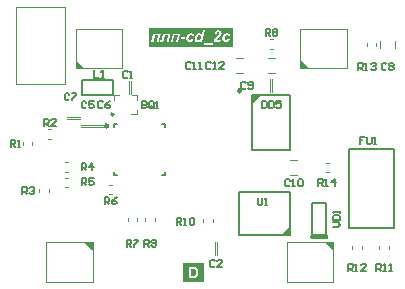
<source format=gto>
G04*
G04 #@! TF.GenerationSoftware,Altium Limited,Altium Designer,20.1.8 (145)*
G04*
G04 Layer_Color=16777215*
%FSLAX43Y43*%
%MOMM*%
G71*
G04*
G04 #@! TF.SameCoordinates,A35BB786-9FE3-423A-BE6B-7267126F668D*
G04*
G04*
G04 #@! TF.FilePolarity,Positive*
G04*
G01*
G75*
%ADD10C,0.254*%
%ADD11C,0.250*%
%ADD12C,0.300*%
%ADD13C,0.100*%
%ADD14C,0.200*%
%ADD15C,0.150*%
G36*
X39122Y29723D02*
Y29053D01*
X39092D01*
X38420Y29725D01*
X39120D01*
X39122Y29723D01*
D02*
G37*
G36*
X38400Y44525D02*
X37700D01*
X37698Y44527D01*
Y45197D01*
X37728D01*
X38400Y44525D01*
D02*
G37*
G36*
X55800Y30325D02*
X55080Y30325D01*
X55800Y31045D01*
X55800Y30325D01*
D02*
G37*
G36*
X59497Y29723D02*
Y29053D01*
X59467D01*
X58795Y29725D01*
X59495D01*
X59497Y29723D01*
D02*
G37*
G36*
X57400Y44525D02*
X56700D01*
X56698Y44527D01*
Y45197D01*
X56728D01*
X57400Y44525D01*
D02*
G37*
G36*
X52655Y41480D02*
X52655Y42200D01*
X53375Y42200D01*
X52655Y41480D01*
D02*
G37*
G36*
X48550Y26425D02*
X46800D01*
Y27950D01*
X48550D01*
Y26425D01*
D02*
G37*
G36*
X50985Y46260D02*
X43900D01*
Y47890D01*
X50985D01*
Y46260D01*
D02*
G37*
%LPC*%
G36*
X47656Y27667D02*
X47274D01*
Y26708D01*
X47637D01*
X47674Y26709D01*
X47709Y26710D01*
X47738Y26713D01*
X47762Y26717D01*
X47781Y26722D01*
X47796Y26724D01*
X47801Y26726D01*
X47805D01*
X47806Y26727D01*
X47807D01*
X47838Y26738D01*
X47866Y26751D01*
X47888Y26763D01*
X47907Y26776D01*
X47923Y26787D01*
X47934Y26795D01*
X47941Y26801D01*
X47943Y26803D01*
X47967Y26830D01*
X47988Y26857D01*
X48006Y26887D01*
X48020Y26913D01*
X48031Y26938D01*
X48036Y26948D01*
X48039Y26956D01*
X48042Y26964D01*
X48045Y26970D01*
X48046Y26973D01*
Y26974D01*
X48056Y27007D01*
X48064Y27042D01*
X48070Y27075D01*
X48072Y27107D01*
X48074Y27122D01*
X48075Y27136D01*
Y27147D01*
X48076Y27158D01*
Y27178D01*
X48075Y27226D01*
X48071Y27269D01*
X48070Y27290D01*
X48067Y27308D01*
X48064Y27326D01*
X48061Y27341D01*
X48057Y27355D01*
X48054Y27368D01*
X48052Y27379D01*
X48050Y27387D01*
X48047Y27394D01*
X48046Y27400D01*
X48045Y27402D01*
Y27404D01*
X48032Y27437D01*
X48017Y27468D01*
X48002Y27494D01*
X47986Y27516D01*
X47974Y27534D01*
X47963Y27548D01*
X47956Y27556D01*
X47954Y27559D01*
X47953D01*
X47929Y27581D01*
X47906Y27599D01*
X47881Y27615D01*
X47859Y27627D01*
X47839Y27637D01*
X47823Y27644D01*
X47817Y27645D01*
X47813Y27647D01*
X47810Y27648D01*
X47809D01*
X47782Y27655D01*
X47753Y27659D01*
X47723Y27663D01*
X47694Y27665D01*
X47667Y27666D01*
X47656Y27667D01*
D02*
G37*
%LPD*%
G36*
X47612Y27504D02*
X47629D01*
X47642Y27502D01*
X47655D01*
X47667Y27501D01*
X47677D01*
X47692Y27498D01*
X47703Y27497D01*
X47710Y27495D01*
X47712D01*
X47731Y27490D01*
X47748Y27483D01*
X47763Y27476D01*
X47777Y27468D01*
X47787Y27461D01*
X47795Y27455D01*
X47799Y27451D01*
X47801Y27450D01*
X47813Y27436D01*
X47824Y27420D01*
X47834Y27405D01*
X47842Y27391D01*
X47848Y27378D01*
X47852Y27366D01*
X47855Y27359D01*
X47856Y27358D01*
Y27357D01*
X47863Y27332D01*
X47868Y27305D01*
X47871Y27276D01*
X47874Y27249D01*
X47875Y27225D01*
X47877Y27214D01*
Y27204D01*
Y27197D01*
Y27192D01*
Y27188D01*
Y27186D01*
X47875Y27147D01*
X47874Y27111D01*
X47870Y27082D01*
X47867Y27057D01*
X47863Y27036D01*
X47862Y27028D01*
X47859Y27022D01*
X47857Y27017D01*
Y27013D01*
X47856Y27011D01*
Y27010D01*
X47848Y26988D01*
X47841Y26968D01*
X47831Y26953D01*
X47824Y26941D01*
X47817Y26931D01*
X47812Y26924D01*
X47807Y26920D01*
X47806Y26918D01*
X47794Y26909D01*
X47781Y26900D01*
X47769Y26893D01*
X47756Y26888D01*
X47745Y26884D01*
X47737Y26881D01*
X47731Y26878D01*
X47728D01*
X47713Y26875D01*
X47695Y26874D01*
X47676Y26871D01*
X47656D01*
X47638Y26870D01*
X47468D01*
Y27505D01*
X47594D01*
X47612Y27504D01*
D02*
G37*
%LPC*%
G36*
X48621Y47685D02*
X48435D01*
X48356Y47324D01*
X48342Y47344D01*
X48327Y47362D01*
X48310Y47377D01*
X48292Y47389D01*
X48276Y47400D01*
X48258Y47409D01*
X48240Y47417D01*
X48223Y47423D01*
X48206Y47427D01*
X48191Y47431D01*
X48177Y47434D01*
X48166Y47435D01*
X48157D01*
X48150Y47436D01*
X48143D01*
X48114Y47435D01*
X48087Y47431D01*
X48061Y47424D01*
X48037Y47416D01*
X48015Y47405D01*
X47994Y47393D01*
X47975Y47381D01*
X47958Y47368D01*
X47943Y47356D01*
X47929Y47344D01*
X47917Y47332D01*
X47908Y47321D01*
X47900Y47313D01*
X47894Y47306D01*
X47892Y47302D01*
X47890Y47301D01*
X47874Y47276D01*
X47858Y47249D01*
X47846Y47223D01*
X47835Y47197D01*
X47825Y47170D01*
X47818Y47145D01*
X47811Y47122D01*
X47807Y47099D01*
X47803Y47077D01*
X47800Y47058D01*
X47797Y47041D01*
X47796Y47026D01*
X47795Y47015D01*
Y46707D01*
Y46998D01*
X47796Y46972D01*
X47797Y46947D01*
X47800Y46925D01*
X47806Y46904D01*
X47810Y46884D01*
X47815Y46866D01*
X47822Y46850D01*
X47828Y46836D01*
X47835Y46822D01*
X47840Y46811D01*
X47846Y46801D01*
X47851Y46794D01*
X47856Y46789D01*
X47858Y46785D01*
X47860Y46782D01*
X47861Y46780D01*
X47874Y46768D01*
X47887Y46757D01*
X47901Y46746D01*
X47917Y46737D01*
X47946Y46725D01*
X47973Y46717D01*
X47998Y46711D01*
X48008Y46710D01*
X48018Y46708D01*
X48026Y46707D01*
X48328D01*
X48036D01*
X48058Y46708D01*
X48080Y46710D01*
X48098Y46714D01*
X48115Y46718D01*
X48129Y46721D01*
X48140Y46725D01*
X48145Y46726D01*
X48148Y46728D01*
X48168Y46737D01*
X48186Y46747D01*
X48202Y46760D01*
X48218Y46771D01*
X48230Y46782D01*
X48241Y46790D01*
X48247Y46796D01*
X48249Y46799D01*
X48234Y46725D01*
X48410D01*
X48621Y47685D01*
D02*
G37*
G36*
X50517Y47436D02*
X50504D01*
X50463Y47434D01*
X50424Y47427D01*
X50389Y47418D01*
X50359Y47407D01*
X50345Y47402D01*
X50332Y47396D01*
X50323Y47392D01*
X50313Y47388D01*
X50306Y47384D01*
X50301Y47381D01*
X50298Y47380D01*
X50296Y47378D01*
X50263Y47355D01*
X50234Y47328D01*
X50210Y47302D01*
X50191Y47277D01*
X50174Y47253D01*
X50169Y47244D01*
X50163Y47235D01*
X50160Y47228D01*
X50158Y47223D01*
X50155Y47220D01*
Y47219D01*
X50140Y47180D01*
X50127Y47142D01*
X50119Y47106D01*
X50113Y47073D01*
X50112Y47058D01*
X50111Y47045D01*
X50109Y47033D01*
Y47023D01*
X50108Y47015D01*
Y47004D01*
X50109Y46979D01*
X50111Y46955D01*
X50115Y46932D01*
X50120Y46911D01*
X50126Y46891D01*
X50133Y46873D01*
X50140Y46858D01*
X50147Y46843D01*
X50154Y46830D01*
X50160Y46818D01*
X50167Y46808D01*
X50173Y46801D01*
X50179Y46794D01*
X50183Y46790D01*
X50184Y46787D01*
X50185Y46786D01*
X50201Y46772D01*
X50217Y46760D01*
X50234Y46750D01*
X50251Y46740D01*
X50269Y46733D01*
X50287Y46726D01*
X50320Y46717D01*
X50335Y46714D01*
X50350Y46711D01*
X50363Y46710D01*
X50374Y46708D01*
X50384Y46707D01*
X50108D01*
D01*
X50785D01*
D01*
X50396D01*
X50418Y46708D01*
X50439Y46710D01*
X50478Y46717D01*
X50513Y46726D01*
X50543Y46739D01*
X50556Y46744D01*
X50567Y46750D01*
X50578Y46756D01*
X50586Y46760D01*
X50593Y46764D01*
X50597Y46767D01*
X50600Y46769D01*
X50602D01*
X50633Y46796D01*
X50660Y46825D01*
X50683Y46855D01*
X50703Y46886D01*
X50717Y46912D01*
X50722Y46923D01*
X50728Y46934D01*
X50732Y46943D01*
X50733Y46948D01*
X50736Y46952D01*
Y46954D01*
X50553Y46984D01*
X50543Y46961D01*
X50532Y46941D01*
X50521Y46925D01*
X50511Y46911D01*
X50502Y46900D01*
X50493Y46893D01*
X50488Y46887D01*
X50486Y46886D01*
X50471Y46875D01*
X50456Y46868D01*
X50441Y46862D01*
X50428Y46858D01*
X50417Y46855D01*
X50409Y46854D01*
X50400D01*
X50384Y46855D01*
X50370Y46860D01*
X50356Y46865D01*
X50345Y46871D01*
X50337Y46876D01*
X50330Y46882D01*
X50326Y46886D01*
X50324Y46887D01*
X50314Y46901D01*
X50307Y46916D01*
X50302Y46932D01*
X50299Y46947D01*
X50296Y46961D01*
X50295Y46972D01*
Y46979D01*
Y46982D01*
X50296Y47009D01*
X50299Y47036D01*
X50303Y47062D01*
X50307Y47086D01*
X50312Y47105D01*
X50316Y47120D01*
X50317Y47126D01*
X50319Y47130D01*
X50320Y47133D01*
Y47134D01*
X50330Y47163D01*
X50342Y47188D01*
X50353Y47209D01*
X50366Y47226D01*
X50375Y47240D01*
X50384Y47249D01*
X50391Y47255D01*
X50392Y47256D01*
X50410Y47270D01*
X50428Y47280D01*
X50445Y47288D01*
X50460Y47292D01*
X50474Y47295D01*
X50484Y47298D01*
X50493D01*
X50510Y47296D01*
X50525Y47294D01*
X50538Y47288D01*
X50549Y47284D01*
X50559Y47278D01*
X50564Y47273D01*
X50568Y47270D01*
X50570Y47269D01*
X50579Y47258D01*
X50588Y47244D01*
X50593Y47230D01*
X50599Y47216D01*
X50602Y47202D01*
X50604Y47192D01*
X50606Y47185D01*
Y47183D01*
X50785Y47201D01*
X50782Y47220D01*
X50778Y47238D01*
X50768Y47271D01*
X50754Y47301D01*
X50739Y47326D01*
X50725Y47345D01*
X50712Y47360D01*
X50708Y47364D01*
X50704Y47368D01*
X50703Y47370D01*
X50701Y47371D01*
X50687Y47382D01*
X50672Y47393D01*
X50639Y47409D01*
X50607Y47421D01*
X50575Y47428D01*
X50547Y47434D01*
X50535Y47435D01*
X50525D01*
X50517Y47436D01*
D02*
G37*
G36*
X47727D02*
X47050D01*
X47446D01*
X47405Y47434D01*
X47366Y47427D01*
X47331Y47418D01*
X47301Y47407D01*
X47287Y47402D01*
X47274Y47396D01*
X47265Y47392D01*
X47255Y47388D01*
X47248Y47384D01*
X47243Y47381D01*
X47240Y47380D01*
X47238Y47378D01*
X47205Y47355D01*
X47176Y47328D01*
X47152Y47302D01*
X47133Y47277D01*
X47116Y47253D01*
X47111Y47244D01*
X47105Y47235D01*
X47103Y47228D01*
X47100Y47223D01*
X47097Y47220D01*
Y47219D01*
X47082Y47180D01*
X47069Y47142D01*
X47061Y47106D01*
X47055Y47073D01*
X47054Y47058D01*
X47053Y47045D01*
X47051Y47033D01*
Y47023D01*
X47050Y47015D01*
Y47004D01*
X47051Y46979D01*
X47053Y46955D01*
X47057Y46932D01*
X47062Y46911D01*
X47068Y46891D01*
X47075Y46873D01*
X47082Y46858D01*
X47089Y46843D01*
X47096Y46830D01*
X47103Y46818D01*
X47109Y46808D01*
X47115Y46801D01*
X47121Y46794D01*
X47125Y46790D01*
X47126Y46787D01*
X47127Y46786D01*
X47143Y46772D01*
X47159Y46760D01*
X47176Y46750D01*
X47193Y46740D01*
X47211Y46733D01*
X47229Y46726D01*
X47262Y46717D01*
X47277Y46714D01*
X47293Y46711D01*
X47305Y46710D01*
X47316Y46708D01*
X47326Y46707D01*
X47338D01*
X47360Y46708D01*
X47381Y46710D01*
X47420Y46717D01*
X47455Y46726D01*
X47485Y46739D01*
X47498Y46744D01*
X47509Y46750D01*
X47520Y46756D01*
X47528Y46760D01*
X47535Y46764D01*
X47539Y46767D01*
X47542Y46769D01*
X47544D01*
X47575Y46796D01*
X47602Y46825D01*
X47625Y46855D01*
X47645Y46886D01*
X47659Y46912D01*
X47664Y46923D01*
X47670Y46934D01*
X47674Y46943D01*
X47675Y46948D01*
X47678Y46952D01*
Y46954D01*
X47495Y46984D01*
X47485Y46961D01*
X47474Y46941D01*
X47463Y46925D01*
X47453Y46911D01*
X47444Y46900D01*
X47435Y46893D01*
X47430Y46887D01*
X47428Y46886D01*
X47413Y46875D01*
X47398Y46868D01*
X47383Y46862D01*
X47370Y46858D01*
X47359Y46855D01*
X47351Y46854D01*
X47342D01*
X47326Y46855D01*
X47312Y46860D01*
X47298Y46865D01*
X47287Y46871D01*
X47279Y46876D01*
X47272Y46882D01*
X47268Y46886D01*
X47266Y46887D01*
X47256Y46901D01*
X47250Y46916D01*
X47244Y46932D01*
X47241Y46947D01*
X47238Y46961D01*
X47237Y46972D01*
Y46979D01*
Y46982D01*
X47238Y47009D01*
X47241Y47036D01*
X47245Y47062D01*
X47250Y47086D01*
X47254Y47105D01*
X47258Y47120D01*
X47259Y47126D01*
X47261Y47130D01*
X47262Y47133D01*
Y47134D01*
X47272Y47163D01*
X47284Y47188D01*
X47295Y47209D01*
X47308Y47226D01*
X47317Y47240D01*
X47326Y47249D01*
X47333Y47255D01*
X47334Y47256D01*
X47352Y47270D01*
X47370Y47280D01*
X47387Y47288D01*
X47402Y47292D01*
X47416Y47295D01*
X47426Y47298D01*
X47435D01*
X47452Y47296D01*
X47467Y47294D01*
X47480Y47288D01*
X47491Y47284D01*
X47501Y47278D01*
X47506Y47273D01*
X47510Y47270D01*
X47512Y47269D01*
X47521Y47258D01*
X47530Y47244D01*
X47535Y47230D01*
X47541Y47216D01*
X47544Y47202D01*
X47546Y47192D01*
X47548Y47185D01*
Y47183D01*
X47727Y47201D01*
X47724Y47220D01*
X47720Y47238D01*
X47710Y47271D01*
X47696Y47301D01*
X47681Y47326D01*
X47667Y47345D01*
X47654Y47360D01*
X47650Y47364D01*
X47646Y47368D01*
X47645Y47370D01*
X47643Y47371D01*
X47630Y47382D01*
X47614Y47393D01*
X47581Y47409D01*
X47549Y47421D01*
X47517Y47428D01*
X47489Y47434D01*
X47477Y47435D01*
X47467D01*
X47459Y47436D01*
X47727D01*
D02*
G37*
G36*
X46978Y47162D02*
X46577D01*
D01*
X46613D01*
X46577Y46980D01*
X46942D01*
X46978Y47162D01*
D02*
G37*
G36*
X50047Y47690D02*
X49758D01*
X49736Y47689D01*
X49714Y47687D01*
X49675Y47679D01*
X49640Y47668D01*
X49625Y47661D01*
X49611Y47654D01*
X49597Y47647D01*
X49586Y47640D01*
X49577Y47635D01*
X49570Y47629D01*
X49563Y47625D01*
X49559Y47621D01*
X49556Y47620D01*
X49554Y47618D01*
X49541Y47604D01*
X49527Y47589D01*
X49505Y47557D01*
X49486Y47522D01*
X49473Y47489D01*
X49467Y47474D01*
X49463Y47460D01*
X49460Y47448D01*
X49456Y47436D01*
X49455Y47427D01*
X49453Y47420D01*
X49452Y47416D01*
Y47414D01*
X49635Y47388D01*
X49642Y47418D01*
X49650Y47443D01*
X49658Y47464D01*
X49667Y47481D01*
X49674Y47493D01*
X49679Y47502D01*
X49683Y47507D01*
X49685Y47509D01*
X49697Y47520D01*
X49711Y47528D01*
X49724Y47535D01*
X49736Y47539D01*
X49747Y47542D01*
X49756Y47543D01*
X49762D01*
X49778Y47542D01*
X49792Y47539D01*
X49804Y47534D01*
X49815Y47528D01*
X49823Y47522D01*
X49829Y47517D01*
X49833Y47514D01*
X49835Y47513D01*
X49844Y47500D01*
X49851Y47488D01*
X49857Y47474D01*
X49860Y47461D01*
X49862Y47450D01*
X49864Y47442D01*
Y47436D01*
Y47434D01*
X49862Y47423D01*
X49861Y47410D01*
X49858Y47399D01*
X49855Y47388D01*
X49851Y47380D01*
X49848Y47373D01*
X49847Y47367D01*
X49846Y47366D01*
X49839Y47352D01*
X49829Y47337D01*
X49819Y47321D01*
X49808Y47307D01*
X49799Y47295D01*
X49790Y47285D01*
X49785Y47280D01*
X49783Y47277D01*
X49778Y47271D01*
X49771Y47264D01*
X49754Y47246D01*
X49733Y47227D01*
X49713Y47206D01*
X49693Y47187D01*
X49676Y47172D01*
X49671Y47165D01*
X49665Y47160D01*
X49663Y47158D01*
X49661Y47156D01*
X49638Y47134D01*
X49617Y47113D01*
X49597Y47094D01*
X49579Y47076D01*
X49563Y47061D01*
X49549Y47045D01*
X49535Y47033D01*
X49524Y47020D01*
X49514Y47011D01*
X49506Y47001D01*
X49499Y46994D01*
X49493Y46988D01*
X49486Y46980D01*
X49484Y46977D01*
X49467Y46957D01*
X49452Y46936D01*
X49438Y46916D01*
X49425Y46898D01*
X49416Y46883D01*
X49409Y46871D01*
X49405Y46862D01*
X49403Y46861D01*
Y46860D01*
X49392Y46836D01*
X49384Y46811D01*
X49377Y46789D01*
X49371Y46768D01*
X49367Y46751D01*
X49364Y46737D01*
Y46732D01*
X49363Y46728D01*
Y46733D01*
Y46725D01*
X50047D01*
Y47434D01*
Y47432D01*
X50045Y47453D01*
X50044Y47473D01*
X50034Y47509D01*
X50022Y47540D01*
X50008Y47567D01*
X50001Y47578D01*
X49994Y47588D01*
X49987Y47596D01*
X49982Y47604D01*
X49976Y47610D01*
X49972Y47614D01*
X49970Y47615D01*
X49969Y47617D01*
X49954Y47629D01*
X49939Y47642D01*
X49922Y47651D01*
X49904Y47660D01*
X49869Y47672D01*
X49835Y47681D01*
X49819Y47685D01*
X49805Y47686D01*
X49792Y47687D01*
X49780Y47689D01*
X49771Y47690D01*
X50047D01*
D02*
G37*
G36*
X46533Y47421D02*
X45900D01*
X45755Y46725D01*
X45940D01*
X46055Y47274D01*
X46313D01*
X46200Y46725D01*
X46533D01*
X46386D01*
X46533Y47421D01*
D02*
G37*
G36*
X45717D02*
X45122D01*
X45040Y47033D01*
X45036Y47015D01*
X45032Y47000D01*
X45029Y46984D01*
X45025Y46972D01*
X45018Y46950D01*
X45013Y46932D01*
X45007Y46919D01*
X45003Y46911D01*
X45001Y46905D01*
X45000Y46904D01*
X44992Y46894D01*
X44981Y46886D01*
X44970Y46880D01*
X44958Y46878D01*
X44949Y46875D01*
X44940Y46873D01*
X44932D01*
X44909Y46875D01*
X44897Y46876D01*
X44886Y46878D01*
X44878Y46879D01*
D01*
X44871Y46880D01*
X44866Y46882D01*
X44864D01*
X44835Y46725D01*
X44861Y46719D01*
X44884Y46717D01*
X44904Y46714D01*
X44922Y46711D01*
X44936D01*
X44946Y46710D01*
X44835D01*
X45717D01*
X44954D01*
X44989Y46711D01*
X45019Y46717D01*
X45046Y46724D01*
X45068Y46733D01*
X45085Y46742D01*
X45097Y46749D01*
X45104Y46754D01*
X45107Y46756D01*
X45117Y46765D01*
X45126Y46775D01*
X45143Y46799D01*
X45155Y46823D01*
X45166Y46848D01*
X45175Y46871D01*
X45178Y46880D01*
X45180Y46890D01*
X45182Y46897D01*
X45183Y46903D01*
X45185Y46905D01*
Y46907D01*
X45262Y47274D01*
X45498D01*
X45384Y46725D01*
X45570D01*
X45717Y47421D01*
D02*
G37*
G36*
X44878D02*
X44246D01*
X44100Y46725D01*
X44286D01*
X44401Y47274D01*
X44659D01*
X44545Y46725D01*
X44731D01*
X44847Y47274D01*
X44878Y47421D01*
D02*
G37*
G36*
X49288Y46725D02*
Y46579D01*
X48523D01*
Y46460D01*
X49288D01*
Y46725D01*
D02*
G37*
%LPD*%
G36*
X48187Y47296D02*
X48205Y47291D01*
X48222Y47283D01*
X48236Y47274D01*
X48247Y47266D01*
X48255Y47258D01*
X48261Y47252D01*
X48262Y47251D01*
X48276Y47231D01*
X48285Y47212D01*
X48294Y47191D01*
X48298Y47172D01*
X48301Y47155D01*
X48304Y47141D01*
Y47136D01*
Y47131D01*
Y47130D01*
Y47129D01*
X48302Y47104D01*
X48299Y47079D01*
X48295Y47055D01*
X48291Y47034D01*
X48285Y47016D01*
X48281Y47002D01*
X48280Y46997D01*
X48279Y46993D01*
X48277Y46991D01*
Y46990D01*
X48266Y46965D01*
X48255Y46943D01*
X48242Y46925D01*
X48231Y46909D01*
X48220Y46898D01*
X48212Y46890D01*
X48206Y46884D01*
X48205Y46883D01*
X48188Y46872D01*
X48172Y46864D01*
X48155Y46857D01*
X48141Y46853D01*
X48127Y46850D01*
X48118Y46848D01*
X48109D01*
X48090Y46850D01*
X48072Y46855D01*
X48055Y46862D01*
X48041Y46869D01*
X48030Y46878D01*
X48022Y46883D01*
X48016Y46889D01*
X48015Y46890D01*
X48003Y46907D01*
X47993Y46926D01*
X47987Y46946D01*
X47982Y46964D01*
X47979Y46980D01*
X47978Y46994D01*
Y47000D01*
Y47004D01*
Y47005D01*
Y47007D01*
X47980Y47045D01*
X47986Y47083D01*
X47994Y47116D01*
X48004Y47145D01*
X48009Y47159D01*
X48014Y47170D01*
X48018Y47180D01*
X48022Y47190D01*
X48026Y47195D01*
X48028Y47201D01*
X48030Y47203D01*
Y47205D01*
X48041Y47221D01*
X48051Y47235D01*
X48064Y47248D01*
X48075Y47259D01*
X48086Y47267D01*
X48097Y47276D01*
X48119Y47287D01*
X48138Y47292D01*
X48154Y47296D01*
X48159Y47298D01*
X48168D01*
X48187Y47296D01*
D02*
G37*
G36*
X50047Y46725D02*
X49946D01*
X49982Y46897D01*
X49649D01*
X49668Y46921D01*
X49676Y46932D01*
X49685Y46941D01*
X49692Y46948D01*
X49697Y46954D01*
X49700Y46958D01*
X49701Y46959D01*
X49715Y46973D01*
X49732Y46990D01*
X49751Y47008D01*
X49771Y47026D01*
X49789Y47044D01*
X49804Y47058D01*
X49810Y47063D01*
X49814Y47066D01*
X49817Y47069D01*
X49818Y47070D01*
X49848Y47099D01*
X49875Y47124D01*
X49897Y47147D01*
X49915Y47165D01*
X49929Y47179D01*
X49939Y47188D01*
X49944Y47195D01*
X49946Y47197D01*
X49965Y47220D01*
X49980Y47242D01*
X49994Y47263D01*
X50005Y47281D01*
X50013Y47296D01*
X50019Y47307D01*
X50022Y47314D01*
X50023Y47317D01*
X50032Y47339D01*
X50037Y47360D01*
X50041Y47380D01*
X50044Y47396D01*
X50045Y47411D01*
X50047Y47423D01*
Y46725D01*
D02*
G37*
D10*
X40875Y40575D02*
G03*
X40875Y40575I-75J0D01*
G01*
D11*
X51680Y42575D02*
G03*
X51680Y42575I-125J0D01*
G01*
X40425Y39625D02*
G03*
X40425Y39625I-125J0D01*
G01*
D12*
X57725Y30225D02*
X58875D01*
D13*
X58975Y30125D02*
Y30400D01*
X57625Y30125D02*
X58975D01*
X57625D02*
Y30475D01*
X63470Y46197D02*
Y46796D01*
X64719Y46200D02*
Y46798D01*
X63146Y46375D02*
Y46625D01*
X62346Y46375D02*
Y46625D01*
X58925Y36475D02*
X59175D01*
X58925Y35675D02*
X59175D01*
X55797Y36705D02*
X56396D01*
X55800Y35456D02*
X56398D01*
X61100Y29200D02*
Y29450D01*
X61900Y29200D02*
Y29450D01*
X64200Y29200D02*
Y29450D01*
X63400Y29200D02*
Y29450D01*
X51254Y44095D02*
X51853D01*
X51252Y45344D02*
X51850D01*
X53954Y44095D02*
X54553D01*
X53952Y45344D02*
X54550D01*
X54125Y46925D02*
X54375D01*
X54125Y46125D02*
X54375D01*
X54275Y42475D02*
Y43575D01*
X54125Y42475D02*
Y43575D01*
X40925Y42200D02*
X41375D01*
X40925Y41825D02*
Y42200D01*
X42850Y41750D02*
Y42200D01*
X42475D02*
X42850D01*
X42400Y40575D02*
X42850D01*
Y40950D01*
X49300Y31425D02*
Y31675D01*
X48500Y31425D02*
Y31675D01*
X49649Y28675D02*
Y29775D01*
X49499Y28675D02*
Y29775D01*
X42900Y31550D02*
Y31800D01*
X42100Y31550D02*
Y31800D01*
X44400Y31550D02*
Y31800D01*
X43600Y31550D02*
Y31800D01*
X56700Y44500D02*
X60654D01*
Y47825D01*
X56700Y44500D02*
Y47826D01*
X60654Y47825D01*
X36950Y40375D02*
X38050D01*
X36950Y40225D02*
X38050D01*
X39350Y39675D02*
X40450D01*
X39350Y39525D02*
X40450D01*
X38150Y39675D02*
X39250D01*
X38150Y39525D02*
X39250D01*
X42375Y42275D02*
Y43375D01*
X42225Y42275D02*
Y43375D01*
X36775Y35725D02*
X37025D01*
X36775Y36525D02*
X37025D01*
X36775Y34425D02*
X37025D01*
X36775Y35225D02*
X37025D01*
X40516Y33825D02*
X40766D01*
X40516Y34625D02*
X40766D01*
X35375Y38500D02*
X35625D01*
X35375Y39300D02*
X35625D01*
X33200Y38000D02*
Y38250D01*
X34000Y38000D02*
Y38250D01*
X35400Y34000D02*
Y34250D01*
X34600Y34000D02*
Y34250D01*
X37700Y47826D02*
X41654Y47825D01*
X37700Y44500D02*
Y47826D01*
X41654Y44500D02*
Y47825D01*
X37700Y44500D02*
X41654D01*
X35166Y26425D02*
X39120Y26424D01*
Y29750D01*
X35166Y26425D02*
Y29750D01*
X39120D01*
X55541Y26425D02*
X59495Y26424D01*
Y29750D01*
X55541Y26425D02*
Y29750D01*
X59495D01*
X32625Y49650D02*
X36775D01*
X32625Y43150D02*
Y49650D01*
X36775Y43150D02*
Y49650D01*
X32625Y43150D02*
X36775D01*
D14*
X57675Y30400D02*
Y33050D01*
X58925Y30400D02*
Y33050D01*
X57675Y30400D02*
X58925D01*
X57675Y33050D02*
X58925D01*
X60800Y30925D02*
X64600D01*
Y37625D01*
X60800D02*
X64600D01*
X60800Y30925D02*
Y37625D01*
X52655Y37575D02*
X55855D01*
Y42200D01*
X52655D02*
X55855D01*
X52655Y37575D02*
Y42200D01*
X51500Y30325D02*
Y34025D01*
X55800D01*
Y30325D02*
Y34025D01*
X51500Y30325D02*
X55800D01*
X40950Y39525D02*
Y39775D01*
X41200D01*
X45000D02*
X45250D01*
Y39525D02*
Y39775D01*
Y35475D02*
Y35725D01*
X45000Y35475D02*
X45250D01*
X40950D02*
Y35725D01*
Y35475D02*
X41200D01*
X38200Y42200D02*
Y43450D01*
X40850Y42200D02*
Y43450D01*
X38200D02*
X40850D01*
X38200Y42200D02*
X40850D01*
D15*
X58225Y34525D02*
Y35125D01*
X58525D01*
X58625Y35025D01*
Y34825D01*
X58525Y34725D01*
X58225D01*
X58425D02*
X58625Y34525D01*
X58825D02*
X59025D01*
X58925D01*
Y35125D01*
X58825Y35025D01*
X59625Y34525D02*
Y35125D01*
X59325Y34825D01*
X59725D01*
X61596Y44332D02*
Y44932D01*
X61896D01*
X61996Y44832D01*
Y44632D01*
X61896Y44532D01*
X61596D01*
X61796D02*
X61996Y44332D01*
X62196D02*
X62396D01*
X62296D01*
Y44932D01*
X62196Y44832D01*
X62696D02*
X62796Y44932D01*
X62996D01*
X63096Y44832D01*
Y44732D01*
X62996Y44632D01*
X62896D01*
X62996D01*
X63096Y44532D01*
Y44432D01*
X62996Y44332D01*
X62796D01*
X62696Y44432D01*
X60750Y27325D02*
Y27925D01*
X61050D01*
X61150Y27825D01*
Y27625D01*
X61050Y27525D01*
X60750D01*
X60950D02*
X61150Y27325D01*
X61350D02*
X61550D01*
X61450D01*
Y27925D01*
X61350Y27825D01*
X62250Y27325D02*
X61850D01*
X62250Y27725D01*
Y27825D01*
X62150Y27925D01*
X61950D01*
X61850Y27825D01*
X49150Y44925D02*
X49050Y45025D01*
X48850D01*
X48750Y44925D01*
Y44525D01*
X48850Y44425D01*
X49050D01*
X49150Y44525D01*
X49350Y44425D02*
X49550D01*
X49450D01*
Y45025D01*
X49350Y44925D01*
X50250Y44425D02*
X49850D01*
X50250Y44825D01*
Y44925D01*
X50150Y45025D01*
X49950D01*
X49850Y44925D01*
X47450D02*
X47350Y45025D01*
X47150D01*
X47050Y44925D01*
Y44525D01*
X47150Y44425D01*
X47350D01*
X47450Y44525D01*
X47650Y44425D02*
X47850D01*
X47750D01*
Y45025D01*
X47650Y44925D01*
X48150Y44425D02*
X48350D01*
X48250D01*
Y45025D01*
X48150Y44925D01*
X55825Y34975D02*
X55725Y35075D01*
X55525D01*
X55425Y34975D01*
Y34575D01*
X55525Y34475D01*
X55725D01*
X55825Y34575D01*
X56025Y34475D02*
X56225D01*
X56125D01*
Y35075D01*
X56025Y34975D01*
X56525D02*
X56625Y35075D01*
X56825D01*
X56925Y34975D01*
Y34575D01*
X56825Y34475D01*
X56625D01*
X56525Y34575D01*
Y34975D01*
X64000Y44832D02*
X63900Y44932D01*
X63700D01*
X63600Y44832D01*
Y44432D01*
X63700Y44332D01*
X63900D01*
X64000Y44432D01*
X64200Y44832D02*
X64300Y44932D01*
X64500D01*
X64600Y44832D01*
Y44732D01*
X64500Y44632D01*
X64600Y44532D01*
Y44432D01*
X64500Y44332D01*
X64300D01*
X64200Y44432D01*
Y44532D01*
X64300Y44632D01*
X64200Y44732D01*
Y44832D01*
X64300Y44632D02*
X64500D01*
X59500Y31025D02*
X59900D01*
X60100Y31225D01*
X59900Y31425D01*
X59500D01*
Y31625D02*
X60100D01*
Y31925D01*
X60000Y32025D01*
X59600D01*
X59500Y31925D01*
Y31625D01*
X60100Y32225D02*
Y32425D01*
Y32325D01*
X59500D01*
X59600Y32225D01*
X53100Y33525D02*
Y33025D01*
X53200Y32925D01*
X53400D01*
X53500Y33025D01*
Y33525D01*
X53700Y32925D02*
X53900D01*
X53800D01*
Y33525D01*
X53700Y33425D01*
X63150Y27325D02*
Y27925D01*
X63450D01*
X63550Y27825D01*
Y27625D01*
X63450Y27525D01*
X63150D01*
X63350D02*
X63550Y27325D01*
X63750D02*
X63950D01*
X63850D01*
Y27925D01*
X63750Y27825D01*
X64250Y27325D02*
X64450D01*
X64350D01*
Y27925D01*
X64250Y27825D01*
X46237Y31231D02*
Y31830D01*
X46537D01*
X46637Y31730D01*
Y31530D01*
X46537Y31430D01*
X46237D01*
X46437D02*
X46637Y31231D01*
X46837D02*
X47037D01*
X46937D01*
Y31830D01*
X46837Y31730D01*
X47337D02*
X47437Y31830D01*
X47636D01*
X47736Y31730D01*
Y31330D01*
X47636Y31231D01*
X47437D01*
X47337Y31330D01*
Y31730D01*
X43500Y29375D02*
Y29975D01*
X43800D01*
X43900Y29875D01*
Y29675D01*
X43800Y29575D01*
X43500D01*
X43700D02*
X43900Y29375D01*
X44100Y29475D02*
X44200Y29375D01*
X44400D01*
X44500Y29475D01*
Y29875D01*
X44400Y29975D01*
X44200D01*
X44100Y29875D01*
Y29775D01*
X44200Y29675D01*
X44500D01*
X42000Y29375D02*
Y29975D01*
X42300D01*
X42400Y29875D01*
Y29675D01*
X42300Y29575D01*
X42000D01*
X42200D02*
X42400Y29375D01*
X42600Y29975D02*
X43000D01*
Y29875D01*
X42600Y29475D01*
Y29375D01*
X62150Y38675D02*
X61750D01*
Y38375D01*
X61950D01*
X61750D01*
Y38075D01*
X62350Y38675D02*
Y38175D01*
X62450Y38075D01*
X62650D01*
X62750Y38175D01*
Y38675D01*
X62950Y38075D02*
X63150D01*
X63050D01*
Y38675D01*
X62950Y38575D01*
X53450Y41725D02*
Y41125D01*
X53750D01*
X53850Y41225D01*
Y41625D01*
X53750Y41725D01*
X53450D01*
X54050D02*
Y41125D01*
X54350D01*
X54450Y41225D01*
Y41625D01*
X54350Y41725D01*
X54050D01*
X55050D02*
X54650D01*
Y41425D01*
X54850Y41525D01*
X54950D01*
X55050Y41425D01*
Y41225D01*
X54950Y41125D01*
X54750D01*
X54650Y41225D01*
X49474Y28175D02*
X49374Y28275D01*
X49174D01*
X49074Y28175D01*
Y27775D01*
X49174Y27675D01*
X49374D01*
X49474Y27775D01*
X50074Y27675D02*
X49674D01*
X50074Y28075D01*
Y28175D01*
X49974Y28275D01*
X49774D01*
X49674Y28175D01*
X52100Y43225D02*
X52000Y43325D01*
X51800D01*
X51700Y43225D01*
Y42825D01*
X51800Y42725D01*
X52000D01*
X52100Y42825D01*
X52300D02*
X52400Y42725D01*
X52600D01*
X52700Y42825D01*
Y43225D01*
X52600Y43325D01*
X52400D01*
X52300Y43225D01*
Y43125D01*
X52400Y43025D01*
X52700D01*
X37150Y42250D02*
X37050Y42350D01*
X36850D01*
X36750Y42250D01*
Y41850D01*
X36850Y41750D01*
X37050D01*
X37150Y41850D01*
X37350Y42350D02*
X37750D01*
Y42250D01*
X37350Y41850D01*
Y41750D01*
X40000Y41600D02*
X39900Y41700D01*
X39700D01*
X39600Y41600D01*
Y41200D01*
X39700Y41100D01*
X39900D01*
X40000Y41200D01*
X40600Y41700D02*
X40400Y41600D01*
X40200Y41400D01*
Y41200D01*
X40300Y41100D01*
X40500D01*
X40600Y41200D01*
Y41300D01*
X40500Y41400D01*
X40200D01*
X38600Y41575D02*
X38500Y41675D01*
X38300D01*
X38200Y41575D01*
Y41175D01*
X38300Y41075D01*
X38500D01*
X38600Y41175D01*
X39200Y41675D02*
X38800D01*
Y41375D01*
X39000Y41475D01*
X39100D01*
X39200Y41375D01*
Y41175D01*
X39100Y41075D01*
X38900D01*
X38800Y41175D01*
X42100Y44125D02*
X42000Y44225D01*
X41800D01*
X41700Y44125D01*
Y43725D01*
X41800Y43625D01*
X42000D01*
X42100Y43725D01*
X42300Y43625D02*
X42500D01*
X42400D01*
Y44225D01*
X42300Y44125D01*
X53775Y47225D02*
Y47825D01*
X54075D01*
X54175Y47725D01*
Y47525D01*
X54075Y47425D01*
X53775D01*
X53975D02*
X54175Y47225D01*
X54375Y47725D02*
X54475Y47825D01*
X54675D01*
X54775Y47725D01*
Y47625D01*
X54675Y47525D01*
X54775Y47425D01*
Y47325D01*
X54675Y47225D01*
X54475D01*
X54375Y47325D01*
Y47425D01*
X54475Y47525D01*
X54375Y47625D01*
Y47725D01*
X54475Y47525D02*
X54675D01*
X40150Y32950D02*
Y33550D01*
X40450D01*
X40550Y33450D01*
Y33250D01*
X40450Y33150D01*
X40150D01*
X40350D02*
X40550Y32950D01*
X41150Y33550D02*
X40950Y33450D01*
X40750Y33250D01*
Y33050D01*
X40850Y32950D01*
X41050D01*
X41150Y33050D01*
Y33150D01*
X41050Y33250D01*
X40750D01*
X38200Y34575D02*
Y35175D01*
X38500D01*
X38600Y35075D01*
Y34875D01*
X38500Y34775D01*
X38200D01*
X38400D02*
X38600Y34575D01*
X39200Y35175D02*
X38800D01*
Y34875D01*
X39000Y34975D01*
X39100D01*
X39200Y34875D01*
Y34675D01*
X39100Y34575D01*
X38900D01*
X38800Y34675D01*
X38200Y35825D02*
Y36425D01*
X38500D01*
X38600Y36325D01*
Y36125D01*
X38500Y36025D01*
X38200D01*
X38400D02*
X38600Y35825D01*
X39100D02*
Y36425D01*
X38800Y36125D01*
X39200D01*
X35000Y39600D02*
Y40200D01*
X35300D01*
X35400Y40100D01*
Y39900D01*
X35300Y39800D01*
X35000D01*
X35200D02*
X35400Y39600D01*
X36000D02*
X35600D01*
X36000Y40000D01*
Y40100D01*
X35900Y40200D01*
X35700D01*
X35600Y40100D01*
X32175Y37825D02*
Y38425D01*
X32475D01*
X32575Y38325D01*
Y38125D01*
X32475Y38025D01*
X32175D01*
X32375D02*
X32575Y37825D01*
X32775D02*
X32975D01*
X32875D01*
Y38425D01*
X32775Y38325D01*
X33175Y33800D02*
Y34400D01*
X33475D01*
X33575Y34300D01*
Y34100D01*
X33475Y34000D01*
X33175D01*
X33375D02*
X33575Y33800D01*
X33775Y34300D02*
X33875Y34400D01*
X34075D01*
X34175Y34300D01*
Y34200D01*
X34075Y34100D01*
X33975D01*
X34075D01*
X34175Y34000D01*
Y33900D01*
X34075Y33800D01*
X33875D01*
X33775Y33900D01*
X43300Y41675D02*
Y41075D01*
X43600D01*
X43700Y41175D01*
Y41275D01*
X43600Y41375D01*
X43300D01*
X43600D01*
X43700Y41475D01*
Y41575D01*
X43600Y41675D01*
X43300D01*
X44300Y41175D02*
Y41575D01*
X44200Y41675D01*
X44000D01*
X43900Y41575D01*
Y41175D01*
X44000Y41075D01*
X44200D01*
X44100Y41275D02*
X44300Y41075D01*
X44200D02*
X44300Y41175D01*
X44500Y41075D02*
X44700D01*
X44600D01*
Y41675D01*
X44500Y41575D01*
X39270Y44297D02*
Y43697D01*
X39670D01*
X39870D02*
X40070D01*
X39970D01*
Y44297D01*
X39870Y44197D01*
M02*

</source>
